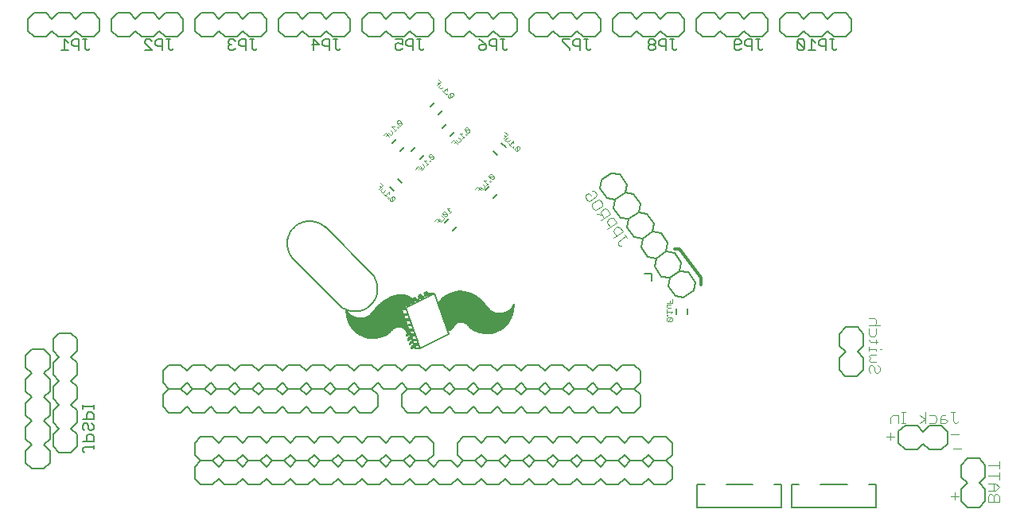
<source format=gbo>
G75*
G70*
%OFA0B0*%
%FSLAX24Y24*%
%IPPOS*%
%LPD*%
%AMOC8*
5,1,8,0,0,1.08239X$1,22.5*
%
%ADD10C,0.0060*%
%ADD11C,0.0120*%
%ADD12C,0.0040*%
%ADD13C,0.0020*%
%ADD14C,0.0050*%
%ADD15C,0.0080*%
D10*
X038175Y019580D02*
X038342Y019747D01*
X038008Y020081D02*
X037841Y019914D01*
X039880Y020917D02*
X040047Y021084D01*
X039713Y021418D02*
X039546Y021251D01*
X036970Y022736D02*
X036803Y022569D01*
X036469Y022903D02*
X036636Y023070D01*
X036140Y023073D02*
X035973Y022906D01*
X035639Y023240D02*
X035806Y023407D01*
X037740Y023874D02*
X037907Y024041D01*
X038241Y023707D02*
X038074Y023540D01*
X037585Y024425D02*
X037752Y024592D01*
X037418Y024926D02*
X037251Y024759D01*
X040236Y023248D02*
X040403Y023081D01*
X040069Y022747D02*
X039902Y022914D01*
X036056Y021560D02*
X035889Y021727D01*
X035555Y021393D02*
X035722Y021226D01*
X046235Y017780D02*
X046536Y017754D01*
X046509Y017453D01*
X047540Y016294D02*
X047540Y016058D01*
X048012Y016058D02*
X048012Y016294D01*
D11*
X048591Y017290D02*
X048591Y017590D01*
X047691Y018790D01*
X047491Y018790D01*
D12*
X045480Y019270D02*
X045392Y019396D01*
X045436Y019333D02*
X045122Y019113D01*
X045103Y019006D01*
X045147Y018943D01*
X045254Y018924D01*
X044927Y019257D02*
X045304Y019521D01*
X045172Y019710D01*
X045065Y019729D01*
X044940Y019641D01*
X044921Y019534D01*
X045053Y019345D01*
X044789Y019723D02*
X044657Y019911D01*
X044676Y020018D01*
X044801Y020106D01*
X044908Y020087D01*
X045040Y019899D01*
X044663Y019635D01*
X044399Y020012D02*
X044776Y020276D01*
X044644Y020464D01*
X044537Y020483D01*
X044412Y020395D01*
X044393Y020288D01*
X044525Y020100D01*
X044437Y020225D02*
X044223Y020263D01*
X044198Y020433D02*
X044091Y020451D01*
X044003Y020577D01*
X044022Y020684D01*
X044273Y020860D01*
X044380Y020841D01*
X044468Y020716D01*
X044449Y020609D01*
X044198Y020433D01*
X043934Y020810D02*
X043827Y020829D01*
X043739Y020954D01*
X043758Y021061D01*
X043884Y021149D01*
X043972Y021023D01*
X044185Y020986D02*
X044204Y021093D01*
X044116Y021218D01*
X044009Y021237D01*
X044185Y020986D02*
X043934Y020810D01*
X055611Y015912D02*
X055841Y015912D01*
X055917Y015835D01*
X055917Y015682D01*
X055841Y015605D01*
X055917Y015451D02*
X055917Y015221D01*
X055841Y015145D01*
X055687Y015145D01*
X055611Y015221D01*
X055611Y015451D01*
X055611Y015605D02*
X056071Y015605D01*
X055917Y014991D02*
X055917Y014838D01*
X055994Y014914D02*
X055687Y014914D01*
X055611Y014991D01*
X055611Y014684D02*
X055611Y014531D01*
X055611Y014607D02*
X055917Y014607D01*
X055917Y014531D01*
X055917Y014377D02*
X055687Y014377D01*
X055611Y014301D01*
X055687Y014224D01*
X055611Y014147D01*
X055687Y014070D01*
X055917Y014070D01*
X055994Y013917D02*
X056071Y013840D01*
X056071Y013687D01*
X055994Y013610D01*
X055917Y013610D01*
X055841Y013687D01*
X055841Y013840D01*
X055764Y013917D01*
X055687Y013917D01*
X055611Y013840D01*
X055611Y013687D01*
X055687Y013610D01*
X056071Y014607D02*
X056148Y014607D01*
X056992Y011970D02*
X057146Y011970D01*
X057069Y011970D02*
X057069Y011510D01*
X057146Y011510D02*
X056992Y011510D01*
X056839Y011510D02*
X056839Y011817D01*
X056608Y011817D01*
X056532Y011740D01*
X056532Y011510D01*
X056517Y011094D02*
X056517Y010787D01*
X056364Y010940D02*
X056671Y010940D01*
X057759Y011510D02*
X057989Y011664D01*
X057759Y011817D01*
X057989Y011970D02*
X057989Y011510D01*
X058143Y011510D02*
X058373Y011510D01*
X058450Y011587D01*
X058450Y011740D01*
X058373Y011817D01*
X058143Y011817D01*
X058603Y011740D02*
X058603Y011510D01*
X058834Y011510D01*
X058910Y011587D01*
X058834Y011664D01*
X058603Y011664D01*
X058603Y011740D02*
X058680Y011817D01*
X058834Y011817D01*
X059064Y011970D02*
X059217Y011970D01*
X059140Y011970D02*
X059140Y011587D01*
X059217Y011510D01*
X059294Y011510D01*
X059371Y011587D01*
X059371Y011040D02*
X059064Y011040D01*
X059164Y010440D02*
X059471Y010440D01*
X060611Y009745D02*
X061071Y009745D01*
X061071Y009898D02*
X061071Y009591D01*
X061071Y009438D02*
X061071Y009131D01*
X061071Y009284D02*
X060611Y009284D01*
X060611Y008977D02*
X060917Y008977D01*
X061071Y008824D01*
X060917Y008670D01*
X060611Y008670D01*
X060687Y008517D02*
X060611Y008440D01*
X060611Y008210D01*
X061071Y008210D01*
X061071Y008440D01*
X060994Y008517D01*
X060917Y008517D01*
X060841Y008440D01*
X060841Y008210D01*
X060841Y008440D02*
X060764Y008517D01*
X060687Y008517D01*
X060841Y008670D02*
X060841Y008977D01*
X059371Y008440D02*
X059064Y008440D01*
X059217Y008287D02*
X059217Y008594D01*
D13*
X047386Y015813D02*
X047349Y015776D01*
X047202Y015776D01*
X047349Y015923D01*
X047202Y015923D01*
X047166Y015886D01*
X047166Y015813D01*
X047202Y015776D01*
X047386Y015813D02*
X047386Y015886D01*
X047349Y015923D01*
X047202Y015997D02*
X047202Y016034D01*
X047166Y016034D01*
X047166Y015997D01*
X047202Y015997D01*
X047166Y016107D02*
X047166Y016254D01*
X047166Y016181D02*
X047386Y016181D01*
X047313Y016107D01*
X047313Y016328D02*
X047202Y016328D01*
X047166Y016365D01*
X047166Y016475D01*
X047313Y016475D01*
X047276Y016549D02*
X047276Y016623D01*
X047386Y016549D02*
X047386Y016696D01*
X047386Y016549D02*
X047166Y016549D01*
X038150Y020392D02*
X038046Y020288D01*
X038098Y020340D02*
X037943Y020496D01*
X038046Y020496D01*
X037864Y020366D02*
X037812Y020366D01*
X037760Y020314D01*
X037760Y020262D01*
X037968Y020262D01*
X037968Y020210D01*
X037916Y020158D01*
X037864Y020158D01*
X037760Y020262D01*
X037734Y020183D02*
X037812Y020106D01*
X037812Y020054D01*
X037734Y019976D01*
X037630Y020080D01*
X037604Y020001D02*
X037552Y019949D01*
X037681Y019923D02*
X037526Y020079D01*
X037422Y019975D01*
X037864Y020366D02*
X037968Y020262D01*
X039127Y021302D02*
X039231Y021405D01*
X039387Y021250D01*
X039439Y021302D02*
X039335Y021406D01*
X039309Y021328D02*
X039257Y021276D01*
X039439Y021302D02*
X039517Y021380D01*
X039517Y021432D01*
X039439Y021510D01*
X039595Y021458D02*
X039699Y021562D01*
X039647Y021510D02*
X039492Y021666D01*
X039595Y021666D01*
X039725Y021640D02*
X039751Y021614D01*
X039777Y021640D01*
X039751Y021666D01*
X039725Y021640D01*
X039804Y021719D02*
X039856Y021719D01*
X039907Y021771D01*
X039907Y021823D01*
X039700Y021823D01*
X039804Y021719D01*
X039907Y021823D02*
X039804Y021926D01*
X039752Y021926D01*
X039700Y021875D01*
X039700Y021823D01*
X040785Y022958D02*
X040837Y022907D01*
X040888Y022907D01*
X040888Y023114D01*
X040785Y023010D01*
X040785Y022958D01*
X040706Y023037D02*
X040680Y023063D01*
X040706Y023089D01*
X040732Y023063D01*
X040706Y023037D01*
X040628Y023115D02*
X040524Y023219D01*
X040576Y023167D02*
X040732Y023322D01*
X040732Y023219D01*
X040888Y023114D02*
X040940Y023114D01*
X040992Y023062D01*
X040992Y023010D01*
X040888Y022907D01*
X040498Y023297D02*
X040446Y023297D01*
X040368Y023375D01*
X040472Y023479D01*
X040394Y023505D02*
X040342Y023557D01*
X040471Y023583D02*
X040368Y023687D01*
X040471Y023583D02*
X040316Y023427D01*
X040498Y023297D02*
X040576Y023375D01*
X038902Y023734D02*
X038850Y023682D01*
X038798Y023682D01*
X038694Y023786D01*
X038902Y023786D01*
X038902Y023734D01*
X038902Y023786D02*
X038798Y023889D01*
X038746Y023889D01*
X038694Y023837D01*
X038694Y023786D01*
X038745Y023629D02*
X038719Y023603D01*
X038745Y023577D01*
X038771Y023603D01*
X038745Y023629D01*
X038693Y023525D02*
X038589Y023421D01*
X038641Y023473D02*
X038486Y023629D01*
X038589Y023629D01*
X038433Y023473D02*
X038511Y023395D01*
X038511Y023343D01*
X038433Y023265D01*
X038329Y023369D01*
X038303Y023291D02*
X038251Y023239D01*
X038225Y023368D02*
X038121Y023265D01*
X038225Y023368D02*
X038381Y023213D01*
X037392Y022669D02*
X037184Y022669D01*
X037288Y022565D01*
X037340Y022565D01*
X037392Y022617D01*
X037392Y022669D01*
X037288Y022773D01*
X037236Y022773D01*
X037184Y022721D01*
X037184Y022669D01*
X037235Y022513D02*
X037209Y022487D01*
X037235Y022461D01*
X037261Y022487D01*
X037235Y022513D01*
X037183Y022409D02*
X037079Y022305D01*
X037131Y022357D02*
X036976Y022513D01*
X037079Y022513D01*
X036923Y022356D02*
X037001Y022279D01*
X037001Y022227D01*
X036923Y022149D01*
X036819Y022253D01*
X036793Y022174D02*
X036741Y022122D01*
X036871Y022096D02*
X036715Y022252D01*
X036611Y022148D01*
X035248Y021461D02*
X035144Y021565D01*
X035118Y021435D02*
X035170Y021384D01*
X035249Y021357D02*
X035145Y021253D01*
X035223Y021175D01*
X035275Y021175D01*
X035352Y021253D01*
X035301Y021097D02*
X035405Y020993D01*
X035457Y020941D02*
X035483Y020915D01*
X035509Y020941D01*
X035483Y020967D01*
X035457Y020941D01*
X035561Y020889D02*
X035561Y020837D01*
X035613Y020785D01*
X035665Y020785D01*
X035665Y020992D01*
X035561Y020889D01*
X035665Y020992D02*
X035717Y020992D01*
X035769Y020941D01*
X035769Y020889D01*
X035665Y020785D01*
X035509Y021097D02*
X035509Y021201D01*
X035353Y021045D01*
X035092Y021306D02*
X035248Y021461D01*
X035530Y023509D02*
X035374Y023665D01*
X035271Y023561D01*
X035400Y023535D02*
X035452Y023587D01*
X035479Y023666D02*
X035583Y023562D01*
X035660Y023640D01*
X035660Y023691D01*
X035583Y023769D01*
X035739Y023718D02*
X035843Y023822D01*
X035895Y023874D02*
X035921Y023900D01*
X035895Y023926D01*
X035869Y023900D01*
X035895Y023874D01*
X035947Y023978D02*
X035999Y023978D01*
X036051Y024030D01*
X036051Y024082D01*
X035843Y024082D01*
X035947Y023978D01*
X035843Y024082D02*
X035843Y024134D01*
X035895Y024186D01*
X035947Y024186D01*
X036051Y024082D01*
X035739Y023926D02*
X035635Y023926D01*
X035791Y023770D01*
X037737Y025442D02*
X037841Y025338D01*
X037893Y025286D02*
X037919Y025260D01*
X037945Y025286D01*
X037919Y025312D01*
X037893Y025286D01*
X037997Y025234D02*
X037997Y025182D01*
X038049Y025130D01*
X038101Y025130D01*
X038101Y025337D01*
X037997Y025234D01*
X038101Y025337D02*
X038153Y025337D01*
X038205Y025285D01*
X038205Y025234D01*
X038101Y025130D01*
X037945Y025442D02*
X037945Y025546D01*
X037789Y025390D01*
X037711Y025520D02*
X037659Y025520D01*
X037581Y025598D01*
X037685Y025702D01*
X037606Y025728D02*
X037554Y025780D01*
X037528Y025651D02*
X037684Y025806D01*
X037580Y025910D01*
X037788Y025598D02*
X037711Y025520D01*
D14*
X036921Y027135D02*
X036845Y027135D01*
X036770Y027210D01*
X036770Y027585D01*
X036845Y027585D02*
X036695Y027585D01*
X036535Y027585D02*
X036310Y027585D01*
X036235Y027510D01*
X036235Y027360D01*
X036310Y027285D01*
X036535Y027285D01*
X036535Y027135D02*
X036535Y027585D01*
X036075Y027585D02*
X036075Y027360D01*
X035925Y027435D01*
X035850Y027435D01*
X035775Y027360D01*
X035775Y027210D01*
X035850Y027135D01*
X036000Y027135D01*
X036075Y027210D01*
X036075Y027585D02*
X035775Y027585D01*
X036921Y027135D02*
X036996Y027210D01*
X039275Y027210D02*
X039275Y027285D01*
X039350Y027360D01*
X039575Y027360D01*
X039575Y027210D01*
X039500Y027135D01*
X039350Y027135D01*
X039275Y027210D01*
X039425Y027510D02*
X039575Y027360D01*
X039735Y027360D02*
X039810Y027285D01*
X040035Y027285D01*
X040035Y027135D02*
X040035Y027585D01*
X039810Y027585D01*
X039735Y027510D01*
X039735Y027360D01*
X039425Y027510D02*
X039275Y027585D01*
X040195Y027585D02*
X040345Y027585D01*
X040270Y027585D02*
X040270Y027210D01*
X040345Y027135D01*
X040421Y027135D01*
X040496Y027210D01*
X042775Y027510D02*
X043075Y027210D01*
X043075Y027135D01*
X043235Y027360D02*
X043310Y027285D01*
X043535Y027285D01*
X043535Y027135D02*
X043535Y027585D01*
X043310Y027585D01*
X043235Y027510D01*
X043235Y027360D01*
X043075Y027585D02*
X042775Y027585D01*
X042775Y027510D01*
X043695Y027585D02*
X043845Y027585D01*
X043770Y027585D02*
X043770Y027210D01*
X043845Y027135D01*
X043921Y027135D01*
X043996Y027210D01*
X046375Y027210D02*
X046450Y027135D01*
X046600Y027135D01*
X046675Y027210D01*
X046675Y027285D01*
X046600Y027360D01*
X046450Y027360D01*
X046375Y027285D01*
X046375Y027210D01*
X046450Y027360D02*
X046375Y027435D01*
X046375Y027510D01*
X046450Y027585D01*
X046600Y027585D01*
X046675Y027510D01*
X046675Y027435D01*
X046600Y027360D01*
X046835Y027360D02*
X046835Y027510D01*
X046910Y027585D01*
X047135Y027585D01*
X047135Y027135D01*
X047135Y027285D02*
X046910Y027285D01*
X046835Y027360D01*
X047295Y027585D02*
X047445Y027585D01*
X047370Y027585D02*
X047370Y027210D01*
X047445Y027135D01*
X047521Y027135D01*
X047596Y027210D01*
X049975Y027210D02*
X049975Y027510D01*
X050050Y027585D01*
X050200Y027585D01*
X050275Y027510D01*
X050275Y027435D01*
X050200Y027360D01*
X049975Y027360D01*
X049975Y027210D02*
X050050Y027135D01*
X050200Y027135D01*
X050275Y027210D01*
X050435Y027360D02*
X050435Y027510D01*
X050510Y027585D01*
X050735Y027585D01*
X050735Y027135D01*
X050735Y027285D02*
X050510Y027285D01*
X050435Y027360D01*
X050895Y027585D02*
X051045Y027585D01*
X050970Y027585D02*
X050970Y027210D01*
X051045Y027135D01*
X051121Y027135D01*
X051196Y027210D01*
X052614Y027210D02*
X052614Y027510D01*
X052914Y027210D01*
X052839Y027135D01*
X052689Y027135D01*
X052614Y027210D01*
X052614Y027510D02*
X052689Y027585D01*
X052839Y027585D01*
X052914Y027510D01*
X052914Y027210D01*
X053075Y027135D02*
X053375Y027135D01*
X053225Y027135D02*
X053225Y027585D01*
X053375Y027435D01*
X053535Y027510D02*
X053535Y027360D01*
X053610Y027285D01*
X053835Y027285D01*
X053835Y027135D02*
X053835Y027585D01*
X053610Y027585D01*
X053535Y027510D01*
X053995Y027585D02*
X054145Y027585D01*
X054070Y027585D02*
X054070Y027210D01*
X054145Y027135D01*
X054221Y027135D01*
X054296Y027210D01*
X033496Y027210D02*
X033421Y027135D01*
X033345Y027135D01*
X033270Y027210D01*
X033270Y027585D01*
X033345Y027585D02*
X033195Y027585D01*
X033035Y027585D02*
X033035Y027135D01*
X033035Y027285D02*
X032810Y027285D01*
X032735Y027360D01*
X032735Y027510D01*
X032810Y027585D01*
X033035Y027585D01*
X032575Y027360D02*
X032350Y027585D01*
X032350Y027135D01*
X032275Y027360D02*
X032575Y027360D01*
X029996Y027210D02*
X029921Y027135D01*
X029845Y027135D01*
X029770Y027210D01*
X029770Y027585D01*
X029845Y027585D02*
X029695Y027585D01*
X029535Y027585D02*
X029310Y027585D01*
X029235Y027510D01*
X029235Y027360D01*
X029310Y027285D01*
X029535Y027285D01*
X029535Y027135D02*
X029535Y027585D01*
X029075Y027510D02*
X029000Y027585D01*
X028850Y027585D01*
X028775Y027510D01*
X028775Y027435D01*
X028850Y027360D01*
X028775Y027285D01*
X028775Y027210D01*
X028850Y027135D01*
X029000Y027135D01*
X029075Y027210D01*
X028925Y027360D02*
X028850Y027360D01*
X026496Y027210D02*
X026421Y027135D01*
X026345Y027135D01*
X026270Y027210D01*
X026270Y027585D01*
X026345Y027585D02*
X026195Y027585D01*
X026035Y027585D02*
X025810Y027585D01*
X025735Y027510D01*
X025735Y027360D01*
X025810Y027285D01*
X026035Y027285D01*
X026035Y027135D02*
X026035Y027585D01*
X025575Y027510D02*
X025500Y027585D01*
X025350Y027585D01*
X025275Y027510D01*
X025275Y027435D01*
X025575Y027135D01*
X025275Y027135D01*
X022996Y027210D02*
X022921Y027135D01*
X022845Y027135D01*
X022770Y027210D01*
X022770Y027585D01*
X022845Y027585D02*
X022695Y027585D01*
X022535Y027585D02*
X022535Y027135D01*
X022535Y027285D02*
X022310Y027285D01*
X022235Y027360D01*
X022235Y027510D01*
X022310Y027585D01*
X022535Y027585D01*
X022075Y027435D02*
X021925Y027585D01*
X021925Y027135D01*
X022075Y027135D02*
X021775Y027135D01*
X032837Y019718D02*
X034758Y017798D01*
X034758Y017797D02*
X034800Y017753D01*
X034838Y017706D01*
X034874Y017657D01*
X034906Y017606D01*
X034935Y017553D01*
X034960Y017498D01*
X034982Y017441D01*
X035000Y017383D01*
X035015Y017324D01*
X035025Y017265D01*
X035032Y017205D01*
X035035Y017144D01*
X035034Y017084D01*
X035029Y017023D01*
X035020Y016963D01*
X035008Y016904D01*
X034992Y016846D01*
X034972Y016788D01*
X034948Y016733D01*
X034921Y016679D01*
X034890Y016626D01*
X034856Y016576D01*
X034819Y016528D01*
X034779Y016483D01*
X034736Y016440D01*
X034691Y016400D01*
X034643Y016363D01*
X034593Y016329D01*
X034540Y016298D01*
X034486Y016271D01*
X034431Y016247D01*
X034373Y016227D01*
X034315Y016211D01*
X034256Y016199D01*
X034196Y016190D01*
X034135Y016185D01*
X034075Y016184D01*
X034014Y016187D01*
X033954Y016194D01*
X033895Y016204D01*
X033836Y016219D01*
X033778Y016237D01*
X033721Y016259D01*
X033666Y016284D01*
X033613Y016313D01*
X033562Y016345D01*
X033513Y016381D01*
X033466Y016419D01*
X033422Y016461D01*
X031529Y018354D01*
X031487Y018398D01*
X031449Y018445D01*
X031413Y018494D01*
X031381Y018545D01*
X031352Y018598D01*
X031327Y018653D01*
X031305Y018710D01*
X031287Y018768D01*
X031272Y018827D01*
X031262Y018886D01*
X031255Y018946D01*
X031252Y019007D01*
X031253Y019067D01*
X031258Y019128D01*
X031267Y019188D01*
X031279Y019247D01*
X031295Y019305D01*
X031315Y019363D01*
X031339Y019418D01*
X031366Y019472D01*
X031397Y019525D01*
X031431Y019575D01*
X031468Y019623D01*
X031508Y019668D01*
X031551Y019711D01*
X031596Y019751D01*
X031644Y019788D01*
X031694Y019822D01*
X031747Y019853D01*
X031801Y019880D01*
X031856Y019904D01*
X031914Y019924D01*
X031972Y019940D01*
X032031Y019952D01*
X032091Y019961D01*
X032152Y019966D01*
X032212Y019967D01*
X032273Y019964D01*
X032333Y019957D01*
X032392Y019947D01*
X032451Y019932D01*
X032509Y019914D01*
X032566Y019892D01*
X032621Y019867D01*
X032674Y019838D01*
X032725Y019806D01*
X032774Y019770D01*
X032821Y019732D01*
X032865Y019690D01*
X036993Y016950D02*
X037103Y017010D01*
X037153Y016890D01*
X037143Y016890D01*
X037043Y016840D01*
X036993Y016950D01*
X037014Y016962D02*
X037123Y016962D01*
X037143Y016913D02*
X037010Y016913D01*
X037032Y016865D02*
X037092Y016865D01*
X037083Y016850D02*
X037283Y016850D01*
X037233Y016930D02*
X037433Y016930D01*
X038033Y015230D01*
X036833Y014630D01*
X036633Y014630D01*
X036033Y016330D01*
X037153Y016890D01*
X037233Y016930D01*
X037433Y016930D02*
X036633Y016530D01*
X036483Y016530D01*
X036518Y016574D02*
X035254Y016574D01*
X035314Y016617D02*
X035140Y016490D01*
X034986Y016340D01*
X034853Y016170D01*
X034784Y016085D01*
X034703Y016013D01*
X034610Y015956D01*
X034509Y015914D01*
X034402Y015890D01*
X034293Y015884D01*
X034185Y015896D01*
X034080Y015927D01*
X033981Y015974D01*
X033892Y016037D01*
X033815Y016114D01*
X033751Y016202D01*
X033703Y016300D01*
X033763Y015960D01*
X033803Y015803D01*
X033866Y015652D01*
X033951Y015514D01*
X034055Y015389D01*
X034177Y015281D01*
X034314Y015192D01*
X034462Y015124D01*
X034618Y015080D01*
X034780Y015059D01*
X034942Y015062D01*
X035103Y015089D01*
X035257Y015140D01*
X035403Y015214D01*
X035536Y015308D01*
X035653Y015420D01*
X035707Y015469D01*
X035769Y015507D01*
X035838Y015532D01*
X035910Y015543D01*
X035982Y015539D01*
X036053Y015521D01*
X036119Y015490D01*
X036177Y015447D01*
X036226Y015393D01*
X036263Y015330D01*
X036283Y015309D01*
X036308Y015293D01*
X036335Y015282D01*
X036364Y015278D01*
X036393Y015280D01*
X035983Y016310D01*
X036613Y016620D01*
X036510Y016705D01*
X036395Y016773D01*
X036271Y016823D01*
X036142Y016855D01*
X036009Y016867D01*
X035876Y016859D01*
X035745Y016832D01*
X035620Y016785D01*
X035503Y016720D01*
X035314Y016617D01*
X035323Y016622D02*
X036611Y016622D01*
X036597Y016622D02*
X036543Y016622D01*
X036553Y016600D02*
X036503Y016710D01*
X036613Y016770D01*
X036663Y016650D01*
X036653Y016650D01*
X036553Y016600D01*
X036552Y016671D02*
X035412Y016671D01*
X035501Y016719D02*
X036486Y016719D01*
X036519Y016719D02*
X036634Y016719D01*
X036614Y016768D02*
X036608Y016768D01*
X036655Y016671D02*
X036521Y016671D01*
X036643Y016620D02*
X036823Y016620D01*
X036793Y016720D02*
X036743Y016830D01*
X036853Y016890D01*
X036903Y016770D01*
X036893Y016770D01*
X036793Y016720D01*
X036772Y016768D02*
X036888Y016768D01*
X036863Y016740D02*
X037033Y016740D01*
X036884Y016816D02*
X036749Y016816D01*
X036806Y016865D02*
X036864Y016865D01*
X036633Y016530D02*
X036233Y016330D01*
X036033Y016330D01*
X036025Y016331D02*
X034979Y016331D01*
X034941Y016282D02*
X035994Y016282D01*
X036014Y016234D02*
X034903Y016234D01*
X034865Y016185D02*
X036033Y016185D01*
X036052Y016137D02*
X034826Y016137D01*
X034787Y016088D02*
X036072Y016088D01*
X036091Y016040D02*
X034732Y016040D01*
X034667Y015991D02*
X036110Y015991D01*
X036129Y015942D02*
X034578Y015942D01*
X034419Y015894D02*
X036149Y015894D01*
X036168Y015845D02*
X033792Y015845D01*
X033806Y015797D02*
X036187Y015797D01*
X036207Y015748D02*
X033826Y015748D01*
X033846Y015700D02*
X036226Y015700D01*
X036245Y015651D02*
X033867Y015651D01*
X033897Y015603D02*
X036265Y015603D01*
X036303Y015590D02*
X036483Y015590D01*
X036463Y015640D02*
X036303Y015640D01*
X036284Y015554D02*
X033926Y015554D01*
X033958Y015506D02*
X035767Y015506D01*
X035693Y015457D02*
X033998Y015457D01*
X034039Y015408D02*
X035641Y015408D01*
X035590Y015360D02*
X034088Y015360D01*
X034143Y015311D02*
X035540Y015311D01*
X035472Y015263D02*
X034205Y015263D01*
X034279Y015214D02*
X035404Y015214D01*
X035308Y015166D02*
X034371Y015166D01*
X034487Y015117D02*
X035187Y015117D01*
X034981Y015069D02*
X034704Y015069D01*
X034208Y015894D02*
X033780Y015894D01*
X033768Y015942D02*
X034047Y015942D01*
X033957Y015991D02*
X033758Y015991D01*
X033749Y016040D02*
X033889Y016040D01*
X033840Y016088D02*
X033741Y016088D01*
X033732Y016137D02*
X033798Y016137D01*
X033763Y016185D02*
X033723Y016185D01*
X033715Y016234D02*
X033736Y016234D01*
X033712Y016282D02*
X033706Y016282D01*
X035027Y016379D02*
X036123Y016379D01*
X036222Y016428D02*
X035077Y016428D01*
X035127Y016476D02*
X036321Y016476D01*
X036273Y016440D02*
X036433Y016440D01*
X036419Y016525D02*
X035189Y016525D01*
X035589Y016768D02*
X036404Y016768D01*
X036289Y016816D02*
X035704Y016816D01*
X035971Y016865D02*
X036033Y016865D01*
X036233Y016330D02*
X036833Y014630D01*
X036773Y014780D02*
X036593Y014780D01*
X036586Y014777D02*
X036565Y014777D01*
X036583Y014790D02*
X036443Y014690D01*
X036463Y014620D01*
X036603Y014710D01*
X036583Y014790D01*
X036563Y014830D02*
X036763Y014830D01*
X036703Y014960D02*
X036543Y014960D01*
X036513Y014970D02*
X036373Y014870D01*
X036393Y014800D01*
X036533Y014890D01*
X036513Y014970D01*
X036503Y015010D02*
X036703Y015010D01*
X036643Y015180D02*
X036443Y015180D01*
X036453Y015150D02*
X036313Y015050D01*
X036333Y014980D01*
X036473Y015070D01*
X036453Y015150D01*
X036461Y015117D02*
X036407Y015117D01*
X036471Y015069D02*
X036339Y015069D01*
X036322Y015020D02*
X036395Y015020D01*
X036447Y014923D02*
X036525Y014923D01*
X036509Y014874D02*
X036379Y014874D01*
X036386Y014826D02*
X036433Y014826D01*
X036497Y014729D02*
X036598Y014729D01*
X036556Y014680D02*
X036446Y014680D01*
X036460Y014632D02*
X036481Y014632D01*
X036273Y015150D02*
X036413Y015240D01*
X036393Y015320D01*
X036253Y015220D01*
X036273Y015150D01*
X036269Y015166D02*
X036297Y015166D01*
X036255Y015214D02*
X036373Y015214D01*
X036407Y015263D02*
X036313Y015263D01*
X036281Y015311D02*
X036381Y015311D01*
X036395Y015311D01*
X036361Y015360D02*
X036245Y015360D01*
X036212Y015408D02*
X036342Y015408D01*
X036353Y015430D02*
X036533Y015430D01*
X036563Y015380D02*
X036383Y015380D01*
X036323Y015457D02*
X036163Y015457D01*
X036086Y015506D02*
X036303Y015506D01*
X036243Y015800D02*
X036403Y015800D01*
X036383Y015850D02*
X036223Y015850D01*
X036163Y016030D02*
X036333Y016030D01*
X036303Y016080D02*
X036143Y016080D01*
X036073Y016270D02*
X036243Y016270D01*
X037573Y016510D02*
X037643Y016590D01*
X037653Y016600D02*
X037761Y016720D01*
X037886Y016822D01*
X038025Y016905D01*
X038175Y016966D01*
X038332Y017005D01*
X038492Y017019D01*
X038654Y017010D01*
X038812Y016977D01*
X038963Y016920D01*
X039152Y016817D01*
X039326Y016690D01*
X039480Y016540D01*
X039613Y016370D01*
X039682Y016285D01*
X039764Y016213D01*
X039856Y016156D01*
X039957Y016114D01*
X040064Y016090D01*
X040173Y016084D01*
X040281Y016096D01*
X040386Y016127D01*
X040485Y016174D01*
X040574Y016237D01*
X040651Y016314D01*
X040715Y016402D01*
X040763Y016500D01*
X040703Y016160D01*
X040663Y016003D01*
X040600Y015852D01*
X040515Y015714D01*
X040411Y015589D01*
X040289Y015481D01*
X040152Y015392D01*
X040004Y015324D01*
X039848Y015280D01*
X039686Y015259D01*
X039524Y015262D01*
X039363Y015289D01*
X039209Y015340D01*
X039063Y015414D01*
X038931Y015508D01*
X038813Y015620D01*
X038759Y015669D01*
X038697Y015707D01*
X038629Y015732D01*
X038557Y015743D01*
X038484Y015739D01*
X038413Y015721D01*
X038348Y015690D01*
X038289Y015647D01*
X038240Y015593D01*
X038203Y015530D01*
X038179Y015489D01*
X038147Y015452D01*
X038109Y015422D01*
X038067Y015400D01*
X038021Y015386D01*
X037973Y015380D01*
X037583Y016510D01*
X037653Y016600D01*
X037673Y016622D02*
X039395Y016622D01*
X039345Y016671D02*
X037717Y016671D01*
X037761Y016719D02*
X039286Y016719D01*
X039220Y016768D02*
X037820Y016768D01*
X037879Y016816D02*
X039154Y016816D01*
X039065Y016865D02*
X037958Y016865D01*
X038045Y016913D02*
X038976Y016913D01*
X038851Y016962D02*
X038164Y016962D01*
X038396Y017010D02*
X038643Y017010D01*
X039445Y016574D02*
X037632Y016574D01*
X037594Y016525D02*
X039492Y016525D01*
X039530Y016476D02*
X037595Y016476D01*
X037612Y016428D02*
X039568Y016428D01*
X039606Y016379D02*
X037628Y016379D01*
X037645Y016331D02*
X039645Y016331D01*
X039685Y016282D02*
X037662Y016282D01*
X037679Y016234D02*
X039740Y016234D01*
X039809Y016185D02*
X037695Y016185D01*
X037712Y016137D02*
X039902Y016137D01*
X040101Y016088D02*
X037729Y016088D01*
X037746Y016040D02*
X040672Y016040D01*
X040685Y016088D02*
X040207Y016088D01*
X040407Y016137D02*
X040697Y016137D01*
X040707Y016185D02*
X040501Y016185D01*
X040570Y016234D02*
X040716Y016234D01*
X040725Y016282D02*
X040620Y016282D01*
X040664Y016331D02*
X040733Y016331D01*
X040742Y016379D02*
X040699Y016379D01*
X040728Y016428D02*
X040750Y016428D01*
X040751Y016476D02*
X040759Y016476D01*
X040658Y015991D02*
X037762Y015991D01*
X037779Y015942D02*
X040638Y015942D01*
X040617Y015894D02*
X037796Y015894D01*
X037813Y015845D02*
X040595Y015845D01*
X040566Y015797D02*
X037829Y015797D01*
X037846Y015748D02*
X040536Y015748D01*
X040504Y015700D02*
X038709Y015700D01*
X038779Y015651D02*
X040463Y015651D01*
X040422Y015603D02*
X038831Y015603D01*
X038882Y015554D02*
X040372Y015554D01*
X040317Y015506D02*
X038933Y015506D01*
X039002Y015457D02*
X040253Y015457D01*
X040178Y015408D02*
X039073Y015408D01*
X039170Y015360D02*
X040082Y015360D01*
X039958Y015311D02*
X039296Y015311D01*
X039519Y015263D02*
X039717Y015263D01*
X038368Y015700D02*
X037863Y015700D01*
X037880Y015651D02*
X038295Y015651D01*
X038249Y015603D02*
X037896Y015603D01*
X037913Y015554D02*
X038217Y015554D01*
X038189Y015506D02*
X037930Y015506D01*
X037947Y015457D02*
X038151Y015457D01*
X038083Y015408D02*
X037963Y015408D01*
X036613Y015220D02*
X036433Y015220D01*
X048424Y008941D02*
X048739Y008941D01*
X048424Y008941D02*
X048424Y007957D01*
X051968Y007957D01*
X051968Y008941D01*
X051653Y008941D01*
X052382Y008941D02*
X052697Y008941D01*
X052382Y008941D02*
X052382Y007957D01*
X055925Y007957D01*
X055925Y008941D01*
X055610Y008941D01*
X054705Y008941D02*
X053602Y008941D01*
X050747Y008941D02*
X049645Y008941D01*
X023144Y010419D02*
X023144Y010570D01*
X023144Y010494D02*
X022769Y010494D01*
X022694Y010419D01*
X022694Y010344D01*
X022769Y010269D01*
X022844Y010730D02*
X022844Y010955D01*
X022919Y011030D01*
X023069Y011030D01*
X023144Y010955D01*
X023144Y010730D01*
X022694Y010730D01*
X022769Y011190D02*
X022694Y011265D01*
X022694Y011415D01*
X022769Y011490D01*
X022844Y011490D01*
X022919Y011415D01*
X022919Y011265D01*
X022994Y011190D01*
X023069Y011190D01*
X023144Y011265D01*
X023144Y011415D01*
X023069Y011490D01*
X023144Y011650D02*
X023144Y011876D01*
X023069Y011951D01*
X022919Y011951D01*
X022844Y011876D01*
X022844Y011650D01*
X022694Y011650D02*
X023144Y011650D01*
X023144Y012111D02*
X023144Y012261D01*
X023144Y012186D02*
X022694Y012186D01*
X022694Y012111D02*
X022694Y012261D01*
D15*
X020281Y009840D02*
X020541Y009590D01*
X021041Y009590D01*
X021311Y009840D01*
X021311Y010340D01*
X021041Y010590D01*
X021311Y010840D01*
X021311Y011340D01*
X021041Y011590D01*
X021311Y011840D01*
X021311Y012340D01*
X021041Y012590D01*
X021311Y012840D01*
X021311Y013340D01*
X021041Y013590D01*
X021311Y013840D01*
X021311Y014340D01*
X021041Y014590D01*
X020541Y014590D01*
X020281Y014340D01*
X020281Y013840D01*
X020541Y013590D01*
X020281Y013340D01*
X020281Y012840D01*
X020541Y012590D01*
X020281Y012340D01*
X020281Y011840D01*
X020541Y011590D01*
X020281Y011340D01*
X020281Y010840D01*
X020541Y010590D01*
X020281Y010340D01*
X020281Y009840D01*
X021439Y010524D02*
X021439Y011024D01*
X021699Y011274D01*
X021439Y011524D01*
X021439Y012024D01*
X021699Y012274D01*
X021439Y012524D01*
X021439Y013024D01*
X021699Y013274D01*
X021439Y013524D01*
X021439Y014024D01*
X021699Y014274D01*
X021439Y014524D01*
X021439Y015024D01*
X021699Y015274D01*
X022199Y015274D01*
X022469Y015024D01*
X022469Y014524D01*
X022199Y014274D01*
X022469Y014024D01*
X022469Y013524D01*
X022199Y013274D01*
X022469Y013024D01*
X022469Y012524D01*
X022199Y012274D01*
X022469Y012024D01*
X022469Y011524D01*
X022199Y011274D01*
X022469Y011024D01*
X022469Y010524D01*
X022199Y010274D01*
X021699Y010274D01*
X021439Y010524D01*
X026039Y012190D02*
X026039Y012690D01*
X026289Y012940D01*
X026789Y012940D01*
X027039Y012690D01*
X027289Y012940D01*
X027789Y012940D01*
X028039Y012690D01*
X028289Y012940D01*
X028789Y012940D01*
X029039Y012690D01*
X029289Y012940D01*
X029789Y012940D01*
X030039Y012690D01*
X030289Y012940D01*
X030789Y012940D01*
X031039Y012690D01*
X031289Y012940D01*
X031789Y012940D01*
X032039Y012690D01*
X032289Y012940D01*
X032789Y012940D01*
X033039Y012690D01*
X033289Y012940D01*
X033789Y012940D01*
X034039Y012690D01*
X034289Y012940D01*
X034789Y012940D01*
X035039Y012690D01*
X035039Y012190D01*
X034789Y011940D01*
X034289Y011940D01*
X034039Y012190D01*
X033789Y011940D01*
X033289Y011940D01*
X033039Y012190D01*
X032789Y011940D01*
X032289Y011940D01*
X032039Y012190D01*
X031789Y011940D01*
X031289Y011940D01*
X031039Y012190D01*
X030789Y011940D01*
X030289Y011940D01*
X030039Y012190D01*
X029789Y011940D01*
X029289Y011940D01*
X029039Y012190D01*
X028789Y011940D01*
X028289Y011940D01*
X028039Y012190D01*
X027789Y011940D01*
X027289Y011940D01*
X027039Y012190D01*
X026789Y011940D01*
X026289Y011940D01*
X026039Y012190D01*
X026289Y012940D02*
X026039Y013190D01*
X026039Y013690D01*
X026289Y013940D01*
X026789Y013940D01*
X027039Y013690D01*
X027289Y013940D01*
X027789Y013940D01*
X028039Y013690D01*
X028289Y013940D01*
X028789Y013940D01*
X029039Y013690D01*
X029289Y013940D01*
X029789Y013940D01*
X030039Y013690D01*
X030289Y013940D01*
X030789Y013940D01*
X031039Y013690D01*
X031289Y013940D01*
X031789Y013940D01*
X032039Y013690D01*
X032289Y013940D01*
X032789Y013940D01*
X033039Y013690D01*
X033289Y013940D01*
X033789Y013940D01*
X034039Y013690D01*
X034289Y013940D01*
X034789Y013940D01*
X035039Y013690D01*
X035289Y013940D01*
X035789Y013940D01*
X036039Y013690D01*
X036289Y013940D01*
X036789Y013940D01*
X037039Y013690D01*
X037289Y013940D01*
X037789Y013940D01*
X038039Y013690D01*
X038289Y013940D01*
X038789Y013940D01*
X039039Y013690D01*
X039289Y013940D01*
X039789Y013940D01*
X040039Y013690D01*
X040289Y013940D01*
X040789Y013940D01*
X041039Y013690D01*
X041289Y013940D01*
X041789Y013940D01*
X042039Y013690D01*
X042289Y013940D01*
X042789Y013940D01*
X043039Y013690D01*
X043289Y013940D01*
X043789Y013940D01*
X044039Y013690D01*
X044289Y013940D01*
X044789Y013940D01*
X045039Y013690D01*
X045289Y013940D01*
X045789Y013940D01*
X046039Y013690D01*
X046039Y013190D01*
X045789Y012940D01*
X046039Y012690D01*
X046039Y012190D01*
X045789Y011940D01*
X045289Y011940D01*
X045039Y012190D01*
X044789Y011940D01*
X044289Y011940D01*
X044039Y012190D01*
X043789Y011940D01*
X043289Y011940D01*
X043039Y012190D01*
X042789Y011940D01*
X042289Y011940D01*
X042039Y012190D01*
X041789Y011940D01*
X041289Y011940D01*
X041039Y012190D01*
X040789Y011940D01*
X040289Y011940D01*
X040039Y012190D01*
X039789Y011940D01*
X039289Y011940D01*
X039039Y012190D01*
X038789Y011940D01*
X038289Y011940D01*
X038039Y012190D01*
X037789Y011940D01*
X037289Y011940D01*
X037039Y012190D01*
X036789Y011940D01*
X036289Y011940D01*
X036039Y012190D01*
X036039Y012690D01*
X036289Y012940D01*
X036789Y012940D01*
X037039Y012690D01*
X037289Y012940D01*
X037789Y012940D01*
X038039Y012690D01*
X038289Y012940D01*
X038789Y012940D01*
X039039Y012690D01*
X039289Y012940D01*
X039789Y012940D01*
X040039Y012690D01*
X040289Y012940D01*
X040789Y012940D01*
X041039Y012690D01*
X041289Y012940D01*
X041789Y012940D01*
X042039Y012690D01*
X042289Y012940D01*
X042789Y012940D01*
X043039Y012690D01*
X043289Y012940D01*
X043789Y012940D01*
X044039Y012690D01*
X044289Y012940D01*
X044789Y012940D01*
X045039Y012690D01*
X045289Y012940D01*
X045789Y012940D01*
X045289Y012940D02*
X045039Y013190D01*
X044789Y012940D01*
X044289Y012940D02*
X044039Y013190D01*
X043789Y012940D01*
X043289Y012940D02*
X043039Y013190D01*
X042789Y012940D01*
X042289Y012940D02*
X042039Y013190D01*
X041789Y012940D01*
X041289Y012940D02*
X041039Y013190D01*
X040789Y012940D01*
X040289Y012940D02*
X040039Y013190D01*
X039789Y012940D01*
X039289Y012940D02*
X039039Y013190D01*
X038789Y012940D01*
X038289Y012940D02*
X038039Y013190D01*
X037789Y012940D01*
X037289Y012940D02*
X037039Y013190D01*
X036789Y012940D01*
X036289Y012940D02*
X036039Y013190D01*
X035789Y012940D01*
X035289Y012940D01*
X035039Y013190D01*
X034789Y012940D01*
X034289Y012940D02*
X034039Y013190D01*
X033789Y012940D01*
X033289Y012940D02*
X033039Y013190D01*
X032789Y012940D01*
X032289Y012940D02*
X032039Y013190D01*
X031789Y012940D01*
X031289Y012940D02*
X031039Y013190D01*
X030789Y012940D01*
X030289Y012940D02*
X030039Y013190D01*
X029789Y012940D01*
X029289Y012940D02*
X029039Y013190D01*
X028789Y012940D01*
X028289Y012940D02*
X028039Y013190D01*
X027789Y012940D01*
X027289Y012940D02*
X027039Y013190D01*
X026789Y012940D01*
X027627Y010930D02*
X028127Y010930D01*
X028377Y010680D01*
X028627Y010930D01*
X029127Y010930D01*
X029377Y010680D01*
X029627Y010930D01*
X030127Y010930D01*
X030377Y010680D01*
X030627Y010930D01*
X031127Y010930D01*
X031377Y010680D01*
X031627Y010930D01*
X032127Y010930D01*
X032377Y010680D01*
X032627Y010930D01*
X033127Y010930D01*
X033377Y010680D01*
X033627Y010930D01*
X034127Y010930D01*
X034377Y010680D01*
X034627Y010930D01*
X035127Y010930D01*
X035377Y010680D01*
X035627Y010930D01*
X036127Y010930D01*
X036377Y010680D01*
X036627Y010930D01*
X037127Y010930D01*
X037377Y010680D01*
X037377Y010180D01*
X037127Y009930D01*
X036627Y009930D01*
X036377Y010180D01*
X036127Y009930D01*
X035627Y009930D01*
X035377Y010180D01*
X035127Y009930D01*
X034627Y009930D01*
X034377Y010180D01*
X034127Y009930D01*
X033627Y009930D01*
X033377Y010180D01*
X033127Y009930D01*
X032627Y009930D01*
X032377Y010180D01*
X032127Y009930D01*
X031627Y009930D01*
X031377Y010180D01*
X031127Y009930D01*
X030627Y009930D01*
X030377Y010180D01*
X030127Y009930D01*
X029627Y009930D01*
X029377Y010180D01*
X029127Y009930D01*
X028627Y009930D01*
X028377Y010180D01*
X028127Y009930D01*
X027627Y009930D01*
X027377Y010180D01*
X027377Y010680D01*
X027627Y010930D01*
X027627Y009930D02*
X027377Y009680D01*
X027377Y009180D01*
X027627Y008930D01*
X028127Y008930D01*
X028377Y009180D01*
X028627Y008930D01*
X029127Y008930D01*
X029377Y009180D01*
X029627Y008930D01*
X030127Y008930D01*
X030377Y009180D01*
X030627Y008930D01*
X031127Y008930D01*
X031377Y009180D01*
X031627Y008930D01*
X032127Y008930D01*
X032377Y009180D01*
X032627Y008930D01*
X033127Y008930D01*
X033377Y009180D01*
X033627Y008930D01*
X034127Y008930D01*
X034377Y009180D01*
X034627Y008930D01*
X035127Y008930D01*
X035377Y009180D01*
X035627Y008930D01*
X036127Y008930D01*
X036377Y009180D01*
X036627Y008930D01*
X037127Y008930D01*
X037377Y009180D01*
X037627Y008930D01*
X038127Y008930D01*
X038377Y009180D01*
X038627Y008930D01*
X039127Y008930D01*
X039377Y009180D01*
X039627Y008930D01*
X040127Y008930D01*
X040377Y009180D01*
X040627Y008930D01*
X041127Y008930D01*
X041377Y009180D01*
X041627Y008930D01*
X042127Y008930D01*
X042377Y009180D01*
X042627Y008930D01*
X043127Y008930D01*
X043377Y009180D01*
X043627Y008930D01*
X044127Y008930D01*
X044377Y009180D01*
X044627Y008930D01*
X045127Y008930D01*
X045377Y009180D01*
X045627Y008930D01*
X046127Y008930D01*
X046377Y009180D01*
X046627Y008930D01*
X047127Y008930D01*
X047377Y009180D01*
X047377Y009680D01*
X047127Y009930D01*
X047377Y010180D01*
X047377Y010680D01*
X047127Y010930D01*
X046627Y010930D01*
X046377Y010680D01*
X046127Y010930D01*
X045627Y010930D01*
X045377Y010680D01*
X045127Y010930D01*
X044627Y010930D01*
X044377Y010680D01*
X044127Y010930D01*
X043627Y010930D01*
X043377Y010680D01*
X043127Y010930D01*
X042627Y010930D01*
X042377Y010680D01*
X042127Y010930D01*
X041627Y010930D01*
X041377Y010680D01*
X041127Y010930D01*
X040627Y010930D01*
X040377Y010680D01*
X040127Y010930D01*
X039627Y010930D01*
X039377Y010680D01*
X039127Y010930D01*
X038627Y010930D01*
X038377Y010680D01*
X038377Y010180D01*
X038627Y009930D01*
X039127Y009930D01*
X039377Y010180D01*
X039627Y009930D01*
X040127Y009930D01*
X040377Y010180D01*
X040627Y009930D01*
X041127Y009930D01*
X041377Y010180D01*
X041627Y009930D01*
X042127Y009930D01*
X042377Y010180D01*
X042627Y009930D01*
X043127Y009930D01*
X043377Y010180D01*
X043627Y009930D01*
X044127Y009930D01*
X044377Y010180D01*
X044627Y009930D01*
X045127Y009930D01*
X045377Y010180D01*
X045627Y009930D01*
X046127Y009930D01*
X046377Y010180D01*
X046627Y009930D01*
X047127Y009930D01*
X046627Y009930D02*
X046377Y009680D01*
X046127Y009930D01*
X045627Y009930D02*
X045377Y009680D01*
X045127Y009930D01*
X044627Y009930D02*
X044377Y009680D01*
X044127Y009930D01*
X043627Y009930D02*
X043377Y009680D01*
X043127Y009930D01*
X042627Y009930D02*
X042377Y009680D01*
X042127Y009930D01*
X041627Y009930D02*
X041377Y009680D01*
X041127Y009930D01*
X040627Y009930D02*
X040377Y009680D01*
X040127Y009930D01*
X039627Y009930D02*
X039377Y009680D01*
X039127Y009930D01*
X038627Y009930D02*
X038377Y009680D01*
X038127Y009930D01*
X037627Y009930D01*
X037377Y009680D01*
X037127Y009930D01*
X036627Y009930D02*
X036377Y009680D01*
X036127Y009930D01*
X035627Y009930D02*
X035377Y009680D01*
X035127Y009930D01*
X034627Y009930D02*
X034377Y009680D01*
X034127Y009930D01*
X033627Y009930D02*
X033377Y009680D01*
X033127Y009930D01*
X032627Y009930D02*
X032377Y009680D01*
X032127Y009930D01*
X031627Y009930D02*
X031377Y009680D01*
X031127Y009930D01*
X030627Y009930D02*
X030377Y009680D01*
X030127Y009930D01*
X029627Y009930D02*
X029377Y009680D01*
X029127Y009930D01*
X028627Y009930D02*
X028377Y009680D01*
X028127Y009930D01*
X046072Y018877D02*
X046359Y018468D01*
X046715Y018412D01*
X047125Y018699D01*
X047194Y019053D01*
X046908Y019463D01*
X046551Y019518D01*
X046142Y019231D01*
X046072Y018877D01*
X046142Y019231D02*
X045785Y019287D01*
X045499Y019697D01*
X045568Y020051D01*
X045978Y020337D01*
X046047Y020691D01*
X045761Y021101D01*
X045404Y021156D01*
X044995Y020870D01*
X044925Y020516D01*
X045212Y020106D01*
X045568Y020051D01*
X045978Y020337D02*
X046334Y020282D01*
X046621Y019872D01*
X046551Y019518D01*
X047125Y018699D02*
X047481Y018643D01*
X047768Y018234D01*
X047698Y017880D01*
X047289Y017593D01*
X047219Y017239D01*
X047506Y016830D01*
X047862Y016774D01*
X048272Y017061D01*
X048342Y017415D01*
X048055Y017824D01*
X047698Y017880D01*
X047289Y017593D02*
X046933Y017649D01*
X046646Y018058D01*
X046715Y018412D01*
X044995Y020870D02*
X044638Y020925D01*
X044351Y021335D01*
X044421Y021689D01*
X044831Y021976D01*
X045187Y021920D01*
X045474Y021510D01*
X045404Y021156D01*
X054391Y015240D02*
X054641Y015520D01*
X055141Y015520D01*
X055391Y015240D01*
X055391Y014740D01*
X055141Y014490D01*
X055391Y014240D01*
X055391Y013740D01*
X055131Y013460D01*
X054631Y013460D01*
X054391Y013740D01*
X054391Y014240D01*
X054641Y014490D01*
X054391Y014740D01*
X054391Y015240D01*
X057141Y011390D02*
X057641Y011390D01*
X057891Y011140D01*
X058141Y011390D01*
X058641Y011390D01*
X058921Y011140D01*
X058921Y010640D01*
X058641Y010390D01*
X058141Y010390D01*
X057891Y010640D01*
X057641Y010390D01*
X057141Y010390D01*
X056861Y010650D01*
X056861Y011150D01*
X057141Y011390D01*
X059491Y009740D02*
X059751Y010020D01*
X060251Y010020D01*
X060491Y009740D01*
X060491Y009240D01*
X060241Y008990D01*
X060491Y008740D01*
X060491Y008240D01*
X060241Y007960D01*
X059741Y007960D01*
X059491Y008240D01*
X059491Y008740D01*
X059741Y008990D01*
X059491Y009240D01*
X059491Y009740D01*
X054641Y027690D02*
X054141Y027690D01*
X053891Y027940D01*
X053641Y027690D01*
X053141Y027690D01*
X052891Y027940D01*
X052641Y027690D01*
X052141Y027690D01*
X051891Y027940D01*
X051891Y028440D01*
X052141Y028690D01*
X052641Y028690D01*
X052891Y028440D01*
X053141Y028690D01*
X053641Y028690D01*
X053891Y028440D01*
X054141Y028690D01*
X054641Y028690D01*
X054891Y028440D01*
X054891Y027940D01*
X054641Y027690D01*
X051391Y027940D02*
X051141Y027690D01*
X050641Y027690D01*
X050391Y027940D01*
X050141Y027690D01*
X049641Y027690D01*
X049391Y027940D01*
X049141Y027690D01*
X048641Y027690D01*
X048391Y027940D01*
X048391Y028440D01*
X048641Y028690D01*
X049141Y028690D01*
X049391Y028440D01*
X049641Y028690D01*
X050141Y028690D01*
X050391Y028440D01*
X050641Y028690D01*
X051141Y028690D01*
X051391Y028440D01*
X051391Y027940D01*
X047891Y027940D02*
X047641Y027690D01*
X047141Y027690D01*
X046891Y027940D01*
X046641Y027690D01*
X046141Y027690D01*
X045891Y027940D01*
X045641Y027690D01*
X045141Y027690D01*
X044891Y027940D01*
X044891Y028440D01*
X045141Y028690D01*
X045641Y028690D01*
X045891Y028440D01*
X046141Y028690D01*
X046641Y028690D01*
X046891Y028440D01*
X047141Y028690D01*
X047641Y028690D01*
X047891Y028440D01*
X047891Y027940D01*
X044391Y027940D02*
X044141Y027690D01*
X043641Y027690D01*
X043391Y027940D01*
X043141Y027690D01*
X042641Y027690D01*
X042391Y027940D01*
X042141Y027690D01*
X041641Y027690D01*
X041391Y027940D01*
X041391Y028440D01*
X041641Y028690D01*
X042141Y028690D01*
X042391Y028440D01*
X042641Y028690D01*
X043141Y028690D01*
X043391Y028440D01*
X043641Y028690D01*
X044141Y028690D01*
X044391Y028440D01*
X044391Y027940D01*
X040891Y027940D02*
X040641Y027690D01*
X040141Y027690D01*
X039891Y027940D01*
X039641Y027690D01*
X039141Y027690D01*
X038891Y027940D01*
X038641Y027690D01*
X038141Y027690D01*
X037891Y027940D01*
X037891Y028440D01*
X038141Y028690D01*
X038641Y028690D01*
X038891Y028440D01*
X039141Y028690D01*
X039641Y028690D01*
X039891Y028440D01*
X040141Y028690D01*
X040641Y028690D01*
X040891Y028440D01*
X040891Y027940D01*
X037391Y027940D02*
X037141Y027690D01*
X036641Y027690D01*
X036391Y027940D01*
X036141Y027690D01*
X035641Y027690D01*
X035391Y027940D01*
X035141Y027690D01*
X034641Y027690D01*
X034391Y027940D01*
X034391Y028440D01*
X034641Y028690D01*
X035141Y028690D01*
X035391Y028440D01*
X035641Y028690D01*
X036141Y028690D01*
X036391Y028440D01*
X036641Y028690D01*
X037141Y028690D01*
X037391Y028440D01*
X037391Y027940D01*
X033891Y027940D02*
X033641Y027690D01*
X033141Y027690D01*
X032891Y027940D01*
X032641Y027690D01*
X032141Y027690D01*
X031891Y027940D01*
X031641Y027690D01*
X031141Y027690D01*
X030891Y027940D01*
X030891Y028440D01*
X031141Y028690D01*
X031641Y028690D01*
X031891Y028440D01*
X032141Y028690D01*
X032641Y028690D01*
X032891Y028440D01*
X033141Y028690D01*
X033641Y028690D01*
X033891Y028440D01*
X033891Y027940D01*
X030391Y027940D02*
X030141Y027690D01*
X029641Y027690D01*
X029391Y027940D01*
X029141Y027690D01*
X028641Y027690D01*
X028391Y027940D01*
X028141Y027690D01*
X027641Y027690D01*
X027391Y027940D01*
X027391Y028440D01*
X027641Y028690D01*
X028141Y028690D01*
X028391Y028440D01*
X028641Y028690D01*
X029141Y028690D01*
X029391Y028440D01*
X029641Y028690D01*
X030141Y028690D01*
X030391Y028440D01*
X030391Y027940D01*
X026891Y027940D02*
X026641Y027690D01*
X026141Y027690D01*
X025891Y027940D01*
X025641Y027690D01*
X025141Y027690D01*
X024891Y027940D01*
X024641Y027690D01*
X024141Y027690D01*
X023891Y027940D01*
X023891Y028440D01*
X024141Y028690D01*
X024641Y028690D01*
X024891Y028440D01*
X025141Y028690D01*
X025641Y028690D01*
X025891Y028440D01*
X026141Y028690D01*
X026641Y028690D01*
X026891Y028440D01*
X026891Y027940D01*
X023391Y027940D02*
X023141Y027690D01*
X022641Y027690D01*
X022391Y027940D01*
X022141Y027690D01*
X021641Y027690D01*
X021391Y027940D01*
X021141Y027690D01*
X020641Y027690D01*
X020391Y027940D01*
X020391Y028440D01*
X020641Y028690D01*
X021141Y028690D01*
X021391Y028440D01*
X021641Y028690D01*
X022141Y028690D01*
X022391Y028440D01*
X022641Y028690D01*
X023141Y028690D01*
X023391Y028440D01*
X023391Y027940D01*
M02*

</source>
